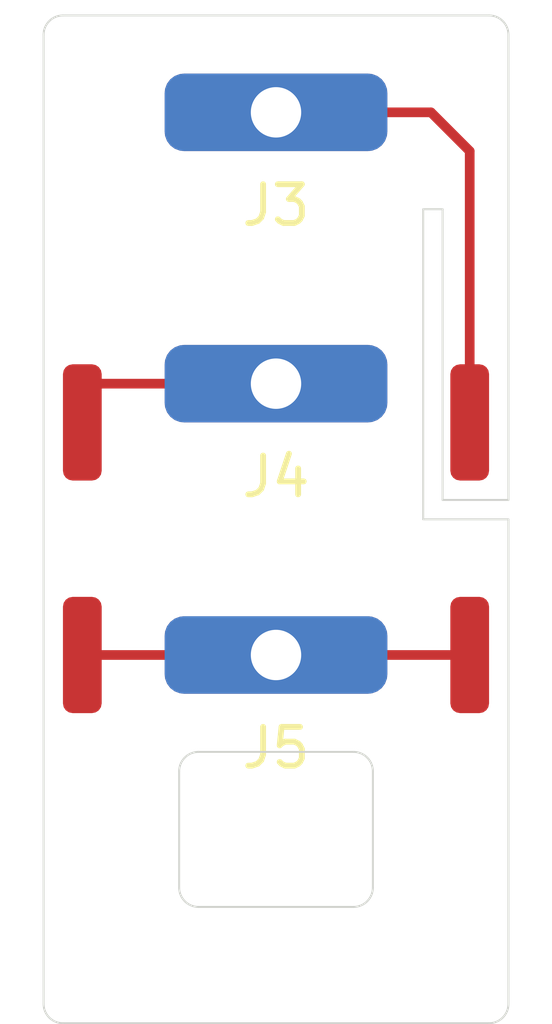
<source format=kicad_pcb>
(kicad_pcb (version 20171130) (host pcbnew "(5.1.6)-1")

  (general
    (thickness 1.6)
    (drawings 22)
    (tracks 8)
    (zones 0)
    (modules 7)
    (nets 4)
  )

  (page A4)
  (layers
    (0 F.Cu signal)
    (31 B.Cu signal)
    (32 B.Adhes user)
    (33 F.Adhes user)
    (34 B.Paste user)
    (35 F.Paste user)
    (36 B.SilkS user)
    (37 F.SilkS user)
    (38 B.Mask user)
    (39 F.Mask user)
    (40 Dwgs.User user)
    (41 Cmts.User user)
    (42 Eco1.User user)
    (43 Eco2.User user)
    (44 Edge.Cuts user)
    (45 Margin user)
    (46 B.CrtYd user)
    (47 F.CrtYd user)
    (48 B.Fab user)
    (49 F.Fab user)
  )

  (setup
    (last_trace_width 0.25)
    (trace_clearance 0.2)
    (zone_clearance 0.508)
    (zone_45_only no)
    (trace_min 0.2)
    (via_size 0.8)
    (via_drill 0.4)
    (via_min_size 0.4)
    (via_min_drill 0.3)
    (uvia_size 0.3)
    (uvia_drill 0.1)
    (uvias_allowed no)
    (uvia_min_size 0.2)
    (uvia_min_drill 0.1)
    (edge_width 0.05)
    (segment_width 0.2)
    (pcb_text_width 0.3)
    (pcb_text_size 1.5 1.5)
    (mod_edge_width 0.12)
    (mod_text_size 1 1)
    (mod_text_width 0.15)
    (pad_size 1 3)
    (pad_drill 0)
    (pad_to_mask_clearance 0.05)
    (aux_axis_origin 0 0)
    (visible_elements 7FFFFFFF)
    (pcbplotparams
      (layerselection 0x01000_ffffffff)
      (usegerberextensions false)
      (usegerberattributes true)
      (usegerberadvancedattributes true)
      (creategerberjobfile true)
      (excludeedgelayer true)
      (linewidth 0.100000)
      (plotframeref false)
      (viasonmask false)
      (mode 1)
      (useauxorigin false)
      (hpglpennumber 1)
      (hpglpenspeed 20)
      (hpglpendiameter 15.000000)
      (psnegative false)
      (psa4output false)
      (plotreference true)
      (plotvalue true)
      (plotinvisibletext false)
      (padsonsilk false)
      (subtractmaskfromsilk false)
      (outputformat 1)
      (mirror false)
      (drillshape 0)
      (scaleselection 1)
      (outputdirectory ""))
  )

  (net 0 "")
  (net 1 "Net-(J1-Pad1)")
  (net 2 "Net-(J2-Pad1)")
  (net 3 "Net-(J3-Pad1)")

  (net_class Default "This is the default net class."
    (clearance 0.2)
    (trace_width 0.25)
    (via_dia 0.8)
    (via_drill 0.4)
    (uvia_dia 0.3)
    (uvia_drill 0.1)
    (add_net "Net-(J1-Pad1)")
    (add_net "Net-(J2-Pad1)")
    (add_net "Net-(J3-Pad1)")
  )

  (module HarwinHVv2board:Pin_D1.3mm_L5.75mmW2.0mm (layer F.Cu) (tedit 5F038BF0) (tstamp 5F03C168)
    (at 156 99.5)
    (descr "solder Pin_ diameter 1.3mm, hole diameter 1.3mm, length 11.0mm")
    (tags "solder Pin_ pressfit")
    (path /5F039CED)
    (fp_text reference J4 (at 0 2.4) (layer F.SilkS)
      (effects (font (size 1 1) (thickness 0.15)))
    )
    (fp_text value HarwinHV2 (at 0 -2.05) (layer F.Fab)
      (effects (font (size 1 1) (thickness 0.15)))
    )
    (fp_circle (center 0 0) (end 0.65 -0.05) (layer F.Fab) (width 0.12))
    (fp_text user %R (at 0 2.4) (layer F.Fab)
      (effects (font (size 1 1) (thickness 0.15)))
    )
    (pad 1 thru_hole roundrect (at 0 0) (size 5.75 2) (drill 1.3) (layers *.Cu *.Mask) (roundrect_rratio 0.25)
      (net 1 "Net-(J1-Pad1)"))
    (model ${KISYS3DMOD}/Connector_Pin.3dshapes/Pin_D1.3mm_L11.0mm.wrl
      (at (xyz 0 0 0))
      (scale (xyz 1 1 1))
      (rotate (xyz 0 0 0))
    )
  )

  (module HarwinHVv2board:Pin_D1.3mm_L5.75mmW2.0mm (layer F.Cu) (tedit 5F038BF0) (tstamp 5F03C173)
    (at 156 106.5)
    (descr "solder Pin_ diameter 1.3mm, hole diameter 1.3mm, length 11.0mm")
    (tags "solder Pin_ pressfit")
    (path /5F03B502)
    (fp_text reference J5 (at 0 2.4) (layer F.SilkS)
      (effects (font (size 1 1) (thickness 0.15)))
    )
    (fp_text value HarwinGND (at 0 -2.05) (layer F.Fab)
      (effects (font (size 1 1) (thickness 0.15)))
    )
    (fp_circle (center 0 0) (end 0.65 -0.05) (layer F.Fab) (width 0.12))
    (fp_text user %R (at 0 2.4) (layer F.Fab)
      (effects (font (size 1 1) (thickness 0.15)))
    )
    (pad 1 thru_hole roundrect (at 0 0) (size 5.75 2) (drill 1.3) (layers *.Cu *.Mask) (roundrect_rratio 0.25)
      (net 2 "Net-(J2-Pad1)"))
    (model ${KISYS3DMOD}/Connector_Pin.3dshapes/Pin_D1.3mm_L11.0mm.wrl
      (at (xyz 0 0 0))
      (scale (xyz 1 1 1))
      (rotate (xyz 0 0 0))
    )
  )

  (module HarwinHVv2board:Pin_D1.3mm_L5.75mmW2.0mm (layer F.Cu) (tedit 5F038BF0) (tstamp 5F03C293)
    (at 156 92.5)
    (descr "solder Pin_ diameter 1.3mm, hole diameter 1.3mm, length 11.0mm")
    (tags "solder Pin_ pressfit")
    (path /5F0364FF)
    (fp_text reference J3 (at 0 2.4) (layer F.SilkS)
      (effects (font (size 1 1) (thickness 0.15)))
    )
    (fp_text value HarwinHV1 (at 0 -2.05) (layer F.Fab)
      (effects (font (size 1 1) (thickness 0.15)))
    )
    (fp_circle (center 0 0) (end 0.65 -0.05) (layer F.Fab) (width 0.12))
    (fp_text user %R (at 0 2.4) (layer F.Fab)
      (effects (font (size 1 1) (thickness 0.15)))
    )
    (pad 1 thru_hole roundrect (at 0 0) (size 5.75 2) (drill 1.3) (layers *.Cu *.Mask) (roundrect_rratio 0.25)
      (net 3 "Net-(J3-Pad1)"))
    (model ${KISYS3DMOD}/Connector_Pin.3dshapes/Pin_D1.3mm_L11.0mm.wrl
      (at (xyz 0 0 0))
      (scale (xyz 1 1 1))
      (rotate (xyz 0 0 0))
    )
  )

  (module HarwinHVv2board:SolderWirePad_1x01_SMD_1x3mm (layer F.Cu) (tedit 5F036817) (tstamp 5F03C3FA)
    (at 161 106.5)
    (descr "Wire Pad, Square, SMD Pad,  5mm x 10mm,")
    (tags "MesurementPoint Square SMDPad 5mmx10mm ")
    (path /5F03B50C)
    (attr virtual)
    (fp_text reference J7 (at 0 -2.54) (layer F.SilkS) hide
      (effects (font (size 1 1) (thickness 0.15)))
    )
    (fp_text value GND1 (at 0 2.54) (layer F.Fab)
      (effects (font (size 1 1) (thickness 0.15)))
    )
    (fp_line (start -0.63 1.77) (end -0.63 -1.77) (layer F.Fab) (width 0.1))
    (fp_line (start 0.63 1.77) (end -0.63 1.77) (layer F.Fab) (width 0.1))
    (fp_line (start 0.63 -1.77) (end 0.63 1.77) (layer F.Fab) (width 0.1))
    (fp_line (start -0.63 -1.77) (end 0.63 -1.77) (layer F.Fab) (width 0.1))
    (fp_line (start -0.63 -1.77) (end -0.63 1.77) (layer F.CrtYd) (width 0.05))
    (fp_line (start -0.63 1.77) (end 0.63 1.77) (layer F.CrtYd) (width 0.05))
    (fp_line (start 0.63 1.77) (end 0.63 -1.77) (layer F.CrtYd) (width 0.05))
    (fp_line (start 0.63 -1.77) (end -0.63 -1.77) (layer F.CrtYd) (width 0.05))
    (fp_text user %R (at 0 0) (layer F.Fab)
      (effects (font (size 1 1) (thickness 0.15)))
    )
    (pad 1 smd roundrect (at 0 0) (size 1 3) (layers F.Cu F.Paste F.Mask) (roundrect_rratio 0.25)
      (net 2 "Net-(J2-Pad1)"))
  )

  (module HarwinHVv2board:SolderWirePad_1x01_SMD_1x3mm (layer F.Cu) (tedit 5F036817) (tstamp 5F03C181)
    (at 161 100.5)
    (descr "Wire Pad, Square, SMD Pad,  5mm x 10mm,")
    (tags "MesurementPoint Square SMDPad 5mmx10mm ")
    (path /5F03A642)
    (attr virtual)
    (fp_text reference J6 (at 0 -2.54) (layer F.SilkS) hide
      (effects (font (size 1 1) (thickness 0.15)))
    )
    (fp_text value HV1 (at 0 2.54) (layer F.Fab)
      (effects (font (size 1 1) (thickness 0.15)))
    )
    (fp_line (start -0.63 1.77) (end -0.63 -1.77) (layer F.Fab) (width 0.1))
    (fp_line (start 0.63 1.77) (end -0.63 1.77) (layer F.Fab) (width 0.1))
    (fp_line (start 0.63 -1.77) (end 0.63 1.77) (layer F.Fab) (width 0.1))
    (fp_line (start -0.63 -1.77) (end 0.63 -1.77) (layer F.Fab) (width 0.1))
    (fp_line (start -0.63 -1.77) (end -0.63 1.77) (layer F.CrtYd) (width 0.05))
    (fp_line (start -0.63 1.77) (end 0.63 1.77) (layer F.CrtYd) (width 0.05))
    (fp_line (start 0.63 1.77) (end 0.63 -1.77) (layer F.CrtYd) (width 0.05))
    (fp_line (start 0.63 -1.77) (end -0.63 -1.77) (layer F.CrtYd) (width 0.05))
    (fp_text user %R (at 0 0) (layer F.Fab)
      (effects (font (size 1 1) (thickness 0.15)))
    )
    (pad 1 smd roundrect (at 0 0) (size 1 3) (layers F.Cu F.Paste F.Mask) (roundrect_rratio 0.25)
      (net 3 "Net-(J3-Pad1)"))
  )

  (module HarwinHVv2board:SolderWirePad_1x01_SMD_1x3mm (layer F.Cu) (tedit 5F036817) (tstamp 5F03C152)
    (at 151 106.5)
    (descr "Wire Pad, Square, SMD Pad,  5mm x 10mm,")
    (tags "MesurementPoint Square SMDPad 5mmx10mm ")
    (path /5F03B516)
    (attr virtual)
    (fp_text reference J2 (at 0 -2.54) (layer F.SilkS) hide
      (effects (font (size 1 1) (thickness 0.15)))
    )
    (fp_text value GND2 (at 0 2.54) (layer F.Fab)
      (effects (font (size 1 1) (thickness 0.15)))
    )
    (fp_line (start -0.63 1.77) (end -0.63 -1.77) (layer F.Fab) (width 0.1))
    (fp_line (start 0.63 1.77) (end -0.63 1.77) (layer F.Fab) (width 0.1))
    (fp_line (start 0.63 -1.77) (end 0.63 1.77) (layer F.Fab) (width 0.1))
    (fp_line (start -0.63 -1.77) (end 0.63 -1.77) (layer F.Fab) (width 0.1))
    (fp_line (start -0.63 -1.77) (end -0.63 1.77) (layer F.CrtYd) (width 0.05))
    (fp_line (start -0.63 1.77) (end 0.63 1.77) (layer F.CrtYd) (width 0.05))
    (fp_line (start 0.63 1.77) (end 0.63 -1.77) (layer F.CrtYd) (width 0.05))
    (fp_line (start 0.63 -1.77) (end -0.63 -1.77) (layer F.CrtYd) (width 0.05))
    (fp_text user %R (at 0 0) (layer F.Fab)
      (effects (font (size 1 1) (thickness 0.15)))
    )
    (pad 1 smd roundrect (at 0 0) (size 1 3) (layers F.Cu F.Paste F.Mask) (roundrect_rratio 0.25)
      (net 2 "Net-(J2-Pad1)"))
  )

  (module HarwinHVv2board:SolderWirePad_1x01_SMD_1x3mm (layer F.Cu) (tedit 5F036817) (tstamp 5F03C144)
    (at 151 100.5)
    (descr "Wire Pad, Square, SMD Pad,  5mm x 10mm,")
    (tags "MesurementPoint Square SMDPad 5mmx10mm ")
    (path /5F03ABF2)
    (attr virtual)
    (fp_text reference J1 (at 0 -2.54) (layer F.SilkS) hide
      (effects (font (size 1 1) (thickness 0.15)))
    )
    (fp_text value HV2 (at 0 2.54) (layer F.Fab)
      (effects (font (size 1 1) (thickness 0.15)))
    )
    (fp_line (start -0.63 1.77) (end -0.63 -1.77) (layer F.Fab) (width 0.1))
    (fp_line (start 0.63 1.77) (end -0.63 1.77) (layer F.Fab) (width 0.1))
    (fp_line (start 0.63 -1.77) (end 0.63 1.77) (layer F.Fab) (width 0.1))
    (fp_line (start -0.63 -1.77) (end 0.63 -1.77) (layer F.Fab) (width 0.1))
    (fp_line (start -0.63 -1.77) (end -0.63 1.77) (layer F.CrtYd) (width 0.05))
    (fp_line (start -0.63 1.77) (end 0.63 1.77) (layer F.CrtYd) (width 0.05))
    (fp_line (start 0.63 1.77) (end 0.63 -1.77) (layer F.CrtYd) (width 0.05))
    (fp_line (start 0.63 -1.77) (end -0.63 -1.77) (layer F.CrtYd) (width 0.05))
    (fp_text user %R (at 0 0) (layer F.Fab)
      (effects (font (size 1 1) (thickness 0.15)))
    )
    (pad 1 smd roundrect (at 0 0) (size 1 3) (layers F.Cu F.Paste F.Mask) (roundrect_rratio 0.25)
      (net 1 "Net-(J1-Pad1)"))
  )

  (gr_line (start 162 103) (end 162 115.5) (layer Edge.Cuts) (width 0.05) (tstamp 5F03CB07))
  (gr_line (start 162 102.5) (end 162 90.5) (layer Edge.Cuts) (width 0.05))
  (gr_line (start 159.8 103) (end 159.8 95) (layer Edge.Cuts) (width 0.05) (tstamp 5F03CB02))
  (gr_line (start 162 103) (end 159.8 103) (layer Edge.Cuts) (width 0.05))
  (gr_line (start 160.3 95) (end 159.8 95) (layer Edge.Cuts) (width 0.05))
  (gr_line (start 160.3 102.5) (end 160.3 95) (layer Edge.Cuts) (width 0.05))
  (gr_line (start 162 102.5) (end 160.3 102.5) (layer Edge.Cuts) (width 0.05))
  (gr_line (start 150.5 116) (end 161.5 116) (layer Edge.Cuts) (width 0.05) (tstamp 5F03CAF2))
  (gr_line (start 150 90.5) (end 150 115.5) (layer Edge.Cuts) (width 0.05) (tstamp 5F03CAF1))
  (gr_line (start 161.5 90) (end 150.5 90) (layer Edge.Cuts) (width 0.05) (tstamp 5F03CAF0))
  (gr_line (start 158.5 109.5) (end 158.5 112.5) (layer Edge.Cuts) (width 0.05) (tstamp 5F03CA88))
  (gr_line (start 154 109) (end 158 109) (layer Edge.Cuts) (width 0.05) (tstamp 5F03CA87))
  (gr_line (start 153.5 112.5) (end 153.5 109.5) (layer Edge.Cuts) (width 0.05) (tstamp 5F03CA86))
  (gr_line (start 158 113) (end 154 113) (layer Edge.Cuts) (width 0.05) (tstamp 5F03CA85))
  (gr_arc (start 158 112.5) (end 158.5 112.5) (angle 90) (layer Edge.Cuts) (width 0.05))
  (gr_arc (start 158 109.5) (end 158 109) (angle 90) (layer Edge.Cuts) (width 0.05))
  (gr_arc (start 154 109.5) (end 153.5 109.5) (angle 90) (layer Edge.Cuts) (width 0.05))
  (gr_arc (start 154 112.5) (end 154 113) (angle 90) (layer Edge.Cuts) (width 0.05))
  (gr_arc (start 150.5 90.5) (end 150 90.5) (angle 90) (layer Edge.Cuts) (width 0.05))
  (gr_arc (start 161.5 90.5) (end 161.5 90) (angle 90) (layer Edge.Cuts) (width 0.05))
  (gr_arc (start 161.5 115.5) (end 162 115.5) (angle 90) (layer Edge.Cuts) (width 0.05))
  (gr_arc (start 150.5 115.5) (end 150 115.5) (angle -90) (layer Edge.Cuts) (width 0.05))

  (segment (start 156 99.5) (end 151.5 99.5) (width 0.25) (layer F.Cu) (net 1))
  (segment (start 151 100.5) (end 151 99.5) (width 0.25) (layer F.Cu) (net 1))
  (segment (start 151 99.5) (end 151.5 99.5) (width 0.25) (layer F.Cu) (net 1))
  (segment (start 156 106.5) (end 151 106.5) (width 0.25) (layer F.Cu) (net 2))
  (segment (start 156 106.5) (end 161 106.5) (width 0.25) (layer F.Cu) (net 2))
  (segment (start 161 93.5) (end 161 100.5) (width 0.25) (layer F.Cu) (net 3))
  (segment (start 160 92.5) (end 161 93.5) (width 0.25) (layer F.Cu) (net 3))
  (segment (start 156 92.5) (end 160 92.5) (width 0.25) (layer F.Cu) (net 3))

)

</source>
